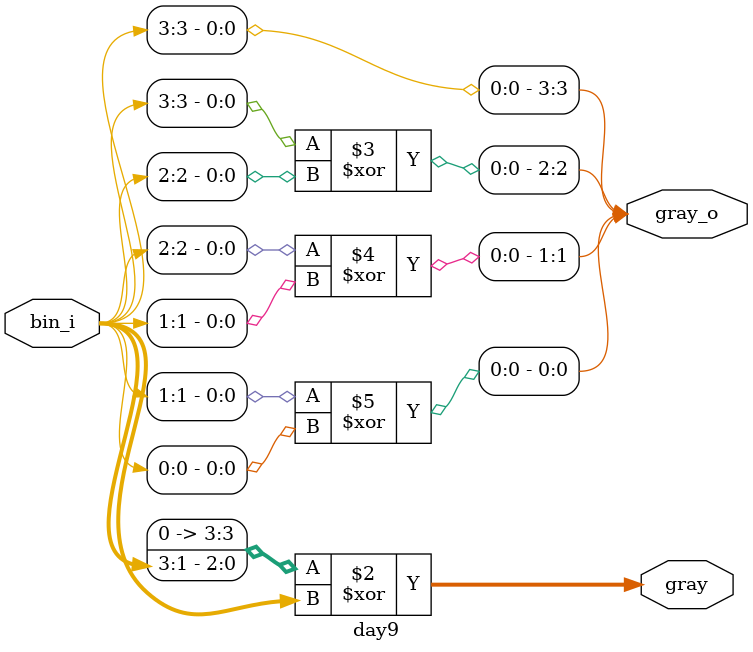
<source format=sv>

module day9 #(
  parameter VEC_W = 4
)(
  input     wire[VEC_W-1:0] bin_i,
  output    wire[VEC_W-1:0] gray_o,
  output 		wire [VEC_W-1:0] gray

);
  // Write your logic here...
  assign gray_o[VEC_W-1] = bin_i[VEC_W-1];
  
  genvar i;
  for(i = VEC_W-2; i >= 0; i=i-1) begin
    assign gray_o[i] = bin_i[i+1] ^ bin_i[i];
  end
		assign gray = (bin_i >> 1'b1) ^ bin_i;
endmodule

</source>
